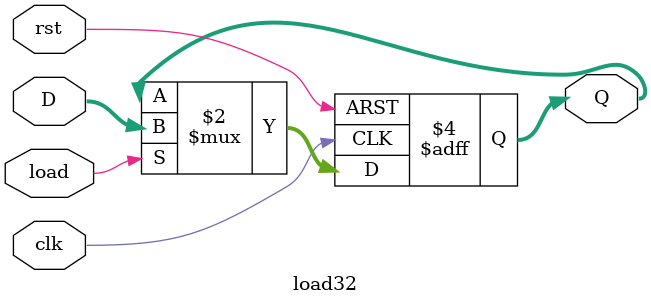
<source format=v>
`timescale 1ns / 1ns

module load32(clk, rst, load, D, Q);
input clk, rst, load;
input		[31:0] D;
output	[31:0] Q;
reg		[31:0] Q;

always @ (posedge clk, posedge rst)
	if (rst) Q <= 31'b0; else
	if (load) Q <= D;

endmodule

</source>
